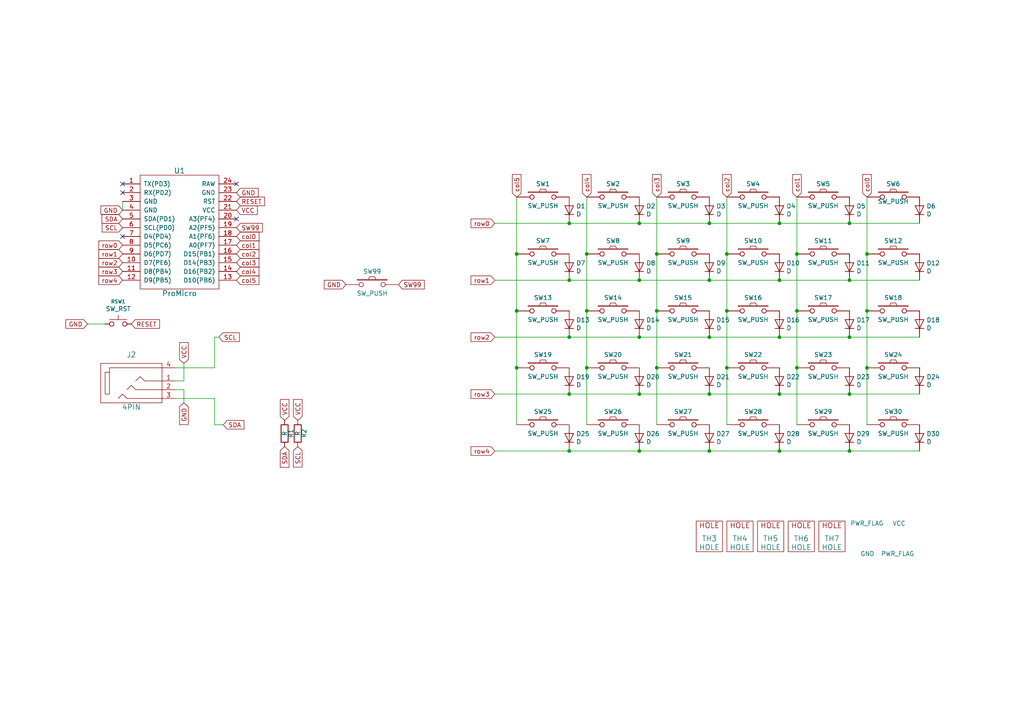
<source format=kicad_sch>
(kicad_sch (version 20230121) (generator eeschema)
  (paper "A4")
  (lib_symbols
    (symbol "Palac:D-Lily58-cache-Lily58_Pro-rescue" (pin_numbers hide) (pin_names (offset 1.016) hide)
      (property "Reference" "D" (at 0 2.54 0))
      (property "Value" "D-Lily58-cache-Lily58_Pro-rescue" (at 0 -2.54 0))
      (symbol "D-Lily58-cache-Lily58_Pro-rescue_0_1"
        (polyline (pts (xy -1.27 1.27) (xy -1.27 -1.27)) (stroke (width 0.2032)))
        (polyline (pts (xy 1.27 0) (xy -1.27 0)))
        (polyline (pts (xy 1.27 1.27) (xy 1.27 -1.27) (xy -1.27 0) (xy 1.27 1.27)) (stroke (width 0.2032)))
      )
      (symbol "D-Lily58-cache-Lily58_Pro-rescue_1_1"
        (pin passive line (at -3.81 0 0) (length 2.54) (name "K") (number "1"))
        (pin passive line (at 3.81 0 180) (length 2.54) (name "A") (number "2"))
      )
    )
    (symbol "Palac:HOLE-Lily58-cache-Lily58_Pro-rescue" (pin_names (offset 1.016))
      (property "Reference" "U" (at 0 0 0))
      (property "Value" "HOLE-Lily58-cache-Lily58_Pro-rescue" (at 0 -5.08 0))
      (symbol "HOLE-Lily58-cache-Lily58_Pro-rescue_0_0"
        (text "HOLE" (at 0 3.81 0) (effects (font (size 1.524 1.524))))
      )
      (symbol "HOLE-Lily58-cache-Lily58_Pro-rescue_0_1"
        (rectangle (start 3.81 5.08) (end -3.81 -3.81))
      )
    )
    (symbol "Palac:MJ-4PP-9-Lily58-cache-Lily58_Pro-rescue" (pin_names (offset 1.016))
      (property "Reference" "J" (at -8.89 -7.62 0))
      (property "Value" "MJ-4PP-9-Lily58-cache-Lily58_Pro-rescue" (at -3.81 6.35 0))
      (symbol "MJ-4PP-9-Lily58-cache-Lily58_Pro-rescue_0_1"
        (rectangle (start -7.62 2.54) (end -8.89 -3.81))
        (polyline (pts (xy 2.54 0) (xy 7.62 0)))
        (polyline (pts (xy -2.54 -5.08) (xy 7.62 -5.08) (xy 7.62 -5.08)))
        (polyline (pts (xy 0 -2.54) (xy -1.27 -1.27) (xy -2.54 -2.54)))
        (polyline (pts (xy 0 0) (xy 1.27 1.27) (xy 2.54 0)))
        (polyline (pts (xy 7.62 3.81) (xy -7.62 3.81) (xy -7.62 2.54)))
        (polyline (pts (xy -2.54 -5.08) (xy -3.81 -3.81) (xy -5.08 -5.08) (xy -5.08 -5.08)))
        (polyline (pts (xy 0 -2.54) (xy 7.62 -2.54) (xy 7.62 -2.54) (xy 7.62 -2.54)))
        (rectangle (start 7.62 -6.35) (end -10.16 5.08))
      )
      (symbol "MJ-4PP-9-Lily58-cache-Lily58_Pro-rescue_1_1"
        (pin passive line (at 11.43 0 180) (length 3.81) (name "~") (number "1"))
        (pin passive line (at 11.43 -2.54 180) (length 3.81) (name "~") (number "2"))
        (pin passive line (at 11.43 -5.08 180) (length 3.81) (name "~") (number "3"))
        (pin passive line (at 11.43 3.81 180) (length 3.81) (name "~") (number "4"))
      )
    )
    (symbol "Palac:ProMicro_2-Lily58-cache-Lily58_Pro-rescue" (pin_names (offset 1.016))
      (property "Reference" "U" (at 0 17.78 0))
      (property "Value" "ProMicro_2-Lily58-cache-Lily58_Pro-rescue" (at 0 -17.78 0))
      (symbol "ProMicro_2-Lily58-cache-Lily58_Pro-rescue_0_1"
        (rectangle (start -11.43 16.51) (end 11.43 -16.51))
      )
      (symbol "ProMicro_2-Lily58-cache-Lily58_Pro-rescue_1_1"
        (pin input line (at -16.51 13.97 0) (length 5.08) (name "TX(PD3)") (number "1"))
        (pin input line (at -16.51 -8.89 0) (length 5.08) (name "D7(PE6)") (number "10"))
        (pin input line (at -16.51 -11.43 0) (length 5.08) (name "D8(PB4)") (number "11"))
        (pin input line (at -16.51 -13.97 0) (length 5.08) (name "D9(PB5)") (number "12"))
        (pin input line (at 16.51 -13.97 180) (length 5.08) (name "D10(PB6)") (number "13"))
        (pin input line (at 16.51 -11.43 180) (length 5.08) (name "D16(PB2)") (number "14"))
        (pin input line (at 16.51 -8.89 180) (length 5.08) (name "D14(PB3)") (number "15"))
        (pin input line (at 16.51 -6.35 180) (length 5.08) (name "D15(PB1)") (number "16"))
        (pin input line (at 16.51 -3.81 180) (length 5.08) (name "A0(PF7)") (number "17"))
        (pin input line (at 16.51 -1.27 180) (length 5.08) (name "A1(PF6)") (number "18"))
        (pin input line (at 16.51 1.27 180) (length 5.08) (name "A2(PF5)") (number "19"))
        (pin input line (at -16.51 11.43 0) (length 5.08) (name "RX(PD2)") (number "2"))
        (pin input line (at 16.51 3.81 180) (length 5.08) (name "A3(PF4)") (number "20"))
        (pin input line (at 16.51 6.35 180) (length 5.08) (name "VCC") (number "21"))
        (pin input line (at 16.51 8.89 180) (length 5.08) (name "RST") (number "22"))
        (pin input line (at 16.51 11.43 180) (length 5.08) (name "GND") (number "23"))
        (pin input line (at 16.51 13.97 180) (length 5.08) (name "RAW") (number "24"))
        (pin input line (at -16.51 8.89 0) (length 5.08) (name "GND") (number "3"))
        (pin input line (at -16.51 6.35 0) (length 5.08) (name "GND") (number "4"))
        (pin input line (at -16.51 3.81 0) (length 5.08) (name "SDA(PD1)") (number "5"))
        (pin input line (at -16.51 1.27 0) (length 5.08) (name "SCL(PD0)") (number "6"))
        (pin input line (at -16.51 -1.27 0) (length 5.08) (name "D4(PD4)") (number "7"))
        (pin input line (at -16.51 -3.81 0) (length 5.08) (name "D5(PC6)") (number "8"))
        (pin input line (at -16.51 -6.35 0) (length 5.08) (name "D6(PD7)") (number "9"))
      )
    )
    (symbol "Palac:R-Lily58-cache-Lily58_Pro-rescue" (pin_numbers hide) (pin_names (offset 0))
      (property "Reference" "R" (at 0 0 90))
      (property "Value" "R-Lily58-cache-Lily58_Pro-rescue" (at -2.54 0 90))
      (symbol "R-Lily58-cache-Lily58_Pro-rescue_0_1"
        (rectangle (start -1.016 -2.54) (end 1.016 2.54) (stroke (width 0.254)))
      )
      (symbol "R-Lily58-cache-Lily58_Pro-rescue_1_1"
        (pin passive line (at 0 3.81 270) (length 1.27) (name "~") (number "1"))
        (pin passive line (at 0 -3.81 90) (length 1.27) (name "~") (number "2"))
      )
    )
    (symbol "Palac:SW_PUSH-Lily58-cache-Lily58_Pro-rescue" (pin_numbers hide) (pin_names (offset 1.016) hide)
      (property "Reference" "SW" (at 3.81 2.794 0))
      (property "Value" "SW_PUSH-Lily58-cache-Lily58_Pro-rescue" (at 0 -2.032 0))
      (symbol "SW_PUSH-Lily58-cache-Lily58_Pro-rescue_0_1"
        (rectangle (start -4.318 1.27) (end 4.318 1.524))
        (polyline (pts (xy -1.016 1.524) (xy -0.762 2.286) (xy 0.762 2.286) (xy 1.016 1.524)))
        (pin passive inverted (at -7.62 0 0) (length 5.08) (name "1") (number "1"))
        (pin passive inverted (at 7.62 0 180) (length 5.08) (name "2") (number "2"))
      )
    )
    (symbol "Palac:SW_RST-Lily58-cache-Lily58_Pro-rescue" (pin_numbers hide) (pin_names (offset 1.016) hide)
      (property "Reference" "RSW" (at 2.54 2.54 0))
      (property "Value" "SW_RST-Lily58-cache-Lily58_Pro-rescue" (at 0 -2.54 0))
      (symbol "SW_RST-Lily58-cache-Lily58_Pro-rescue_0_1"
        (polyline (pts (xy -2.54 1.27) (xy 2.54 1.27)))
        (polyline (pts (xy 0 2.54) (xy 0 1.27)))
        (pin passive inverted (at -3.81 0 0) (length 2.54) (name "1") (number "1"))
        (pin passive inverted (at 3.81 0 180) (length 2.54) (name "2") (number "2"))
      )
    )
  )
  (junction (at 170.18 73.66))
  (junction (at 170.18 106.68))
  (junction (at 251.46 73.66))
  (junction (at 251.46 90.17))
  (junction (at 185.42 130.81))
  (junction (at 251.46 106.68))
  (junction (at 205.74 97.79))
  (junction (at 246.38 64.77))
  (junction (at 246.38 130.81))
  (junction (at 190.5 73.66))
  (junction (at 165.1 114.3))
  (junction (at 149.86 90.17))
  (junction (at 185.42 81.28))
  (junction (at 185.42 64.77))
  (junction (at 190.5 90.17))
  (junction (at 226.06 64.77))
  (junction (at 226.06 114.3))
  (junction (at 246.38 114.3))
  (junction (at 205.74 114.3))
  (junction (at 226.06 97.79))
  (junction (at 231.14 73.66))
  (junction (at 165.1 81.28))
  (junction (at 165.1 64.77))
  (junction (at 226.06 130.81))
  (junction (at 205.74 81.28))
  (junction (at 210.82 73.66))
  (junction (at 205.74 130.81))
  (junction (at 231.14 106.68))
  (junction (at 231.14 90.17))
  (junction (at 210.82 106.68))
  (junction (at 149.86 73.66))
  (junction (at 246.38 81.28))
  (junction (at 165.1 97.79))
  (junction (at 246.38 97.79))
  (junction (at 226.06 81.28))
  (junction (at 210.82 90.17))
  (junction (at 170.18 90.17))
  (junction (at 185.42 97.79))
  (junction (at 149.86 106.68))
  (junction (at 165.1 130.81))
  (junction (at 190.5 106.68))
  (junction (at 185.42 114.3))
  (junction (at 205.74 64.77))
  (no_connect (at 35.56 55.88))
  (no_connect (at 68.58 63.5))
  (no_connect (at 68.58 53.34))
  (no_connect (at 35.56 68.58))
  (no_connect (at 35.56 53.34))
  (wire (pts (xy 149.86 106.68) (xy 149.86 123.19)))
  (wire (pts (xy 185.42 81.28) (xy 205.74 81.28)))
  (wire (pts (xy 62.23 123.19) (xy 64.77 123.19)))
  (wire (pts (xy 226.06 81.28) (xy 246.38 81.28)))
  (wire (pts (xy 50.8 113.03) (xy 53.34 113.03)))
  (wire (pts (xy 210.82 106.68) (xy 210.82 123.19)))
  (wire (pts (xy 185.42 114.3) (xy 205.74 114.3)))
  (wire (pts (xy 246.38 130.81) (xy 266.7 130.81)))
  (wire (pts (xy 170.18 106.68) (xy 170.18 123.19)))
  (wire (pts (xy 53.34 110.49) (xy 50.8 110.49)))
  (wire (pts (xy 50.8 106.68) (xy 62.23 106.68)))
  (wire (pts (xy 149.86 73.66) (xy 149.86 90.17)))
  (wire (pts (xy 226.06 114.3) (xy 246.38 114.3)))
  (wire (pts (xy 185.42 97.79) (xy 205.74 97.79)))
  (wire (pts (xy 210.82 90.17) (xy 210.82 106.68)))
  (wire (pts (xy 246.38 81.28) (xy 266.7 81.28)))
  (wire (pts (xy 53.34 113.03) (xy 53.34 116.84)))
  (wire (pts (xy 246.38 114.3) (xy 266.7 114.3)))
  (wire (pts (xy 149.86 90.17) (xy 149.86 106.68)))
  (wire (pts (xy 143.51 130.81) (xy 165.1 130.81)))
  (wire (pts (xy 231.14 106.68) (xy 231.14 90.17)))
  (wire (pts (xy 205.74 114.3) (xy 226.06 114.3)))
  (wire (pts (xy 251.46 106.68) (xy 251.46 123.19)))
  (wire (pts (xy 62.23 115.57) (xy 62.23 123.19)))
  (wire (pts (xy 185.42 114.3) (xy 165.1 114.3)))
  (wire (pts (xy 25.4 93.98) (xy 30.48 93.98)))
  (wire (pts (xy 165.1 81.28) (xy 143.51 81.28)))
  (wire (pts (xy 149.86 57.15) (xy 149.86 73.66)))
  (wire (pts (xy 231.14 73.66) (xy 231.14 90.17)))
  (wire (pts (xy 190.5 57.15) (xy 190.5 73.66)))
  (wire (pts (xy 251.46 90.17) (xy 251.46 106.68)))
  (wire (pts (xy 205.74 97.79) (xy 226.06 97.79)))
  (wire (pts (xy 165.1 130.81) (xy 185.42 130.81)))
  (wire (pts (xy 190.5 90.17) (xy 190.5 106.68)))
  (wire (pts (xy 185.42 97.79) (xy 165.1 97.79)))
  (wire (pts (xy 190.5 106.68) (xy 190.5 123.19)))
  (wire (pts (xy 246.38 64.77) (xy 226.06 64.77)))
  (wire (pts (xy 185.42 64.77) (xy 165.1 64.77)))
  (wire (pts (xy 246.38 64.77) (xy 266.7 64.77)))
  (wire (pts (xy 231.14 57.15) (xy 231.14 73.66)))
  (wire (pts (xy 251.46 73.66) (xy 251.46 57.15)))
  (wire (pts (xy 185.42 64.77) (xy 205.74 64.77)))
  (wire (pts (xy 210.82 57.15) (xy 210.82 73.66)))
  (wire (pts (xy 226.06 97.79) (xy 246.38 97.79)))
  (wire (pts (xy 246.38 97.79) (xy 266.7 97.79)))
  (wire (pts (xy 185.42 130.81) (xy 205.74 130.81)))
  (wire (pts (xy 165.1 97.79) (xy 143.51 97.79)))
  (wire (pts (xy 53.34 105.41) (xy 53.34 110.49)))
  (wire (pts (xy 231.14 106.68) (xy 231.14 123.19)))
  (wire (pts (xy 35.56 58.42) (xy 35.56 60.96)))
  (wire (pts (xy 205.74 64.77) (xy 226.06 64.77)))
  (wire (pts (xy 205.74 81.28) (xy 226.06 81.28)))
  (wire (pts (xy 165.1 64.77) (xy 143.51 64.77)))
  (wire (pts (xy 251.46 90.17) (xy 251.46 73.66)))
  (wire (pts (xy 210.82 73.66) (xy 210.82 90.17)))
  (wire (pts (xy 170.18 57.15) (xy 170.18 73.66)))
  (wire (pts (xy 226.06 130.81) (xy 246.38 130.81)))
  (wire (pts (xy 62.23 97.79) (xy 62.23 106.68)))
  (wire (pts (xy 165.1 114.3) (xy 143.51 114.3)))
  (wire (pts (xy 170.18 73.66) (xy 170.18 90.17)))
  (wire (pts (xy 170.18 90.17) (xy 170.18 106.68)))
  (wire (pts (xy 190.5 73.66) (xy 190.5 90.17)))
  (wire (pts (xy 62.23 97.79) (xy 63.5 97.79)))
  (wire (pts (xy 50.8 115.57) (xy 62.23 115.57)))
  (wire (pts (xy 185.42 81.28) (xy 165.1 81.28)))
  (wire (pts (xy 205.74 130.81) (xy 226.06 130.81)))
  (global_label "SDA" (shape input) (at 82.55 129.54 270) (property "Intersheetrefs" "${INTERSHEET_REFS}" (effects hide)))
  (global_label "VCC" (shape input) (at 82.55 121.92 90) (property "Intersheetrefs" "${INTERSHEET_REFS}" (effects hide)))
  (global_label "row4" (shape input) (at 35.56 81.28 180) (property "Intersheetrefs" "${INTERSHEET_REFS}" (effects hide)))
  (global_label "row0" (shape input) (at 35.56 71.12 180) (property "Intersheetrefs" "${INTERSHEET_REFS}" (effects hide)))
  (global_label "GND" (shape input) (at 25.4 93.98 180) (property "Intersheetrefs" "${INTERSHEET_REFS}" (effects hide)))
  (global_label "col4" (shape input) (at 170.18 57.15 90) (property "Intersheetrefs" "${INTERSHEET_REFS}" (effects hide)))
  (global_label "VCC" (shape input) (at 68.58 60.96 0) (property "Intersheetrefs" "${INTERSHEET_REFS}" (effects hide)))
  (global_label "SCL" (shape input) (at 86.36 129.54 270) (property "Intersheetrefs" "${INTERSHEET_REFS}" (effects hide)))
  (global_label "RESET" (shape input) (at 68.58 58.42 0) (property "Intersheetrefs" "${INTERSHEET_REFS}" (effects hide)))
  (global_label "row4" (shape input) (at 143.51 130.81 180) (property "Intersheetrefs" "${INTERSHEET_REFS}" (effects hide)))
  (global_label "col4" (shape input) (at 68.58 78.74 0) (property "Intersheetrefs" "${INTERSHEET_REFS}" (effects hide)))
  (global_label "SCL" (shape input) (at 35.56 66.04 180) (property "Intersheetrefs" "${INTERSHEET_REFS}" (effects hide)))
  (global_label "row2" (shape input) (at 143.51 97.79 180) (property "Intersheetrefs" "${INTERSHEET_REFS}" (effects hide)))
  (global_label "SDA" (shape input) (at 64.77 123.19 0) (property "Intersheetrefs" "${INTERSHEET_REFS}" (effects hide)))
  (global_label "row2" (shape input) (at 35.56 76.2 180) (property "Intersheetrefs" "${INTERSHEET_REFS}" (effects hide)))
  (global_label "SW99" (shape input) (at 68.58 66.04 0) (property "Intersheetrefs" "${INTERSHEET_REFS}" (effects hide)))
  (global_label "col0" (shape input) (at 68.58 68.58 0) (property "Intersheetrefs" "${INTERSHEET_REFS}" (effects hide)))
  (global_label "row0" (shape input) (at 143.51 64.77 180) (property "Intersheetrefs" "${INTERSHEET_REFS}" (effects hide)))
  (global_label "col3" (shape input) (at 190.5 57.15 90) (property "Intersheetrefs" "${INTERSHEET_REFS}" (effects hide)))
  (global_label "col3" (shape input) (at 68.58 76.2 0) (property "Intersheetrefs" "${INTERSHEET_REFS}" (effects hide)))
  (global_label "col5" (shape input) (at 68.58 81.28 0) (property "Intersheetrefs" "${INTERSHEET_REFS}" (effects hide)))
  (global_label "col5" (shape input) (at 149.86 57.15 90) (property "Intersheetrefs" "${INTERSHEET_REFS}" (effects hide)))
  (global_label "VCC" (shape input) (at 53.34 105.41 90) (property "Intersheetrefs" "${INTERSHEET_REFS}" (effects hide)))
  (global_label "col2" (shape input) (at 68.58 73.66 0) (property "Intersheetrefs" "${INTERSHEET_REFS}" (effects hide)))
  (global_label "col1" (shape input) (at 231.14 57.15 90) (property "Intersheetrefs" "${INTERSHEET_REFS}" (effects hide)))
  (global_label "col0" (shape input) (at 251.46 57.15 90) (property "Intersheetrefs" "${INTERSHEET_REFS}" (effects hide)))
  (global_label "row3" (shape input) (at 35.56 78.74 180) (property "Intersheetrefs" "${INTERSHEET_REFS}" (effects hide)))
  (global_label "VCC" (shape input) (at 86.36 121.92 90) (property "Intersheetrefs" "${INTERSHEET_REFS}" (effects hide)))
  (global_label "row1" (shape input) (at 35.56 73.66 180) (property "Intersheetrefs" "${INTERSHEET_REFS}" (effects hide)))
  (global_label "SCL" (shape input) (at 63.5 97.79 0) (property "Intersheetrefs" "${INTERSHEET_REFS}" (effects hide)))
  (global_label "col2" (shape input) (at 210.82 57.15 90) (property "Intersheetrefs" "${INTERSHEET_REFS}" (effects hide)))
  (global_label "GND" (shape input) (at 53.34 116.84 270) (property "Intersheetrefs" "${INTERSHEET_REFS}" (effects hide)))
  (global_label "row3" (shape input) (at 143.51 114.3 180) (property "Intersheetrefs" "${INTERSHEET_REFS}" (effects hide)))
  (global_label "GND" (shape input) (at 35.56 60.96 180) (property "Intersheetrefs" "${INTERSHEET_REFS}" (effects hide)))
  (global_label "SW99" (shape input) (at 115.57 82.55 0) (property "Intersheetrefs" "${INTERSHEET_REFS}" (effects hide)))
  (global_label "GND" (shape input) (at 68.58 55.88 0) (property "Intersheetrefs" "${INTERSHEET_REFS}" (effects hide)))
  (global_label "GND" (shape input) (at 100.33 82.55 180) (property "Intersheetrefs" "${INTERSHEET_REFS}" (effects hide)))
  (global_label "SDA" (shape input) (at 35.56 63.5 180) (property "Intersheetrefs" "${INTERSHEET_REFS}" (effects hide)))
  (global_label "col1" (shape input) (at 68.58 71.12 0) (property "Intersheetrefs" "${INTERSHEET_REFS}" (effects hide)))
  (global_label "row1" (shape input) (at 143.51 81.28 180) (property "Intersheetrefs" "${INTERSHEET_REFS}" (effects hide)))
  (global_label "RESET" (shape input) (at 38.1 93.98 0) (property "Intersheetrefs" "${INTERSHEET_REFS}" (effects hide)))
  (symbol (lib_id "Palac:ProMicro_2-Lily58-cache-Lily58_Pro-rescue") (at 52.07 67.31 0) (unit 1)
    (property "Reference" "U1" (at 52.07 49.53 0) (effects (font (size 1.524 1.524))))
    (property "Value" "ProMicro" (at 52.07 85.09 0) (effects (font (size 1.524 1.524))))
    (property "Footprint" "Palac:ArduinoProMicro-ZigZag-DoubleSided" (effects hide))
  )
  (symbol (lib_id "Palac:SW_PUSH-Lily58-cache-Lily58_Pro-rescue") (at 177.8 123.19 0) (unit 1)
    (property "Reference" "SW26" (at 177.8 119.38 0))
    (property "Value" "SW_PUSH" (at 177.8 125.73 0))
    (property "Footprint" "Palac:CherryMX_Hotswap" (effects hide))
  )
  (symbol (lib_id "Palac:SW_PUSH-Lily58-cache-Lily58_Pro-rescue") (at 157.48 57.15 0) (unit 1)
    (property "Reference" "SW1" (at 157.48 53.34 0))
    (property "Value" "SW_PUSH" (at 157.48 59.69 0))
    (property "Footprint" "Palac:CherryMX_Hotswap" (effects hide))
  )
  (symbol (lib_id "Palac:D-Lily58-cache-Lily58_Pro-rescue") (at 165.1 60.96 90) (unit 1)
    (property "Reference" "D1" (at 167.1066 59.7916 90) (effects (justify right)))
    (property "Value" "D" (at 167.1066 62.103 90) (effects (justify right)))
    (property "Footprint" "Palac:Diode_SOD123" (effects hide))
  )
  (symbol (lib_id "Palac:SW_PUSH-Lily58-cache-Lily58_Pro-rescue") (at 177.8 57.15 0) (unit 1)
    (property "Reference" "SW2" (at 177.8 53.34 0))
    (property "Value" "SW_PUSH" (at 177.8 59.69 0))
    (property "Footprint" "Palac:CherryMX_Hotswap" (effects hide))
  )
  (symbol (lib_id "Palac:D-Lily58-cache-Lily58_Pro-rescue") (at 185.42 60.96 90) (unit 1)
    (property "Reference" "D2" (at 187.4266 59.7916 90) (effects (justify right)))
    (property "Value" "D" (at 187.4266 62.103 90) (effects (justify right)))
    (property "Footprint" "Palac:Diode_SOD123" (effects hide))
  )
  (symbol (lib_id "Palac:SW_PUSH-Lily58-cache-Lily58_Pro-rescue") (at 198.12 57.15 0) (unit 1)
    (property "Reference" "SW3" (at 198.12 53.34 0))
    (property "Value" "SW_PUSH" (at 198.12 59.69 0))
    (property "Footprint" "Palac:CherryMX_Hotswap" (effects hide))
  )
  (symbol (lib_id "Palac:D-Lily58-cache-Lily58_Pro-rescue") (at 205.74 60.96 90) (unit 1)
    (property "Reference" "D3" (at 207.7466 59.7916 90) (effects (justify right)))
    (property "Value" "D" (at 207.7466 62.103 90) (effects (justify right)))
    (property "Footprint" "Palac:Diode_SOD123" (effects hide))
  )
  (symbol (lib_id "Palac:SW_PUSH-Lily58-cache-Lily58_Pro-rescue") (at 218.44 57.15 0) (unit 1)
    (property "Reference" "SW4" (at 218.44 53.34 0))
    (property "Value" "SW_PUSH" (at 218.44 59.69 0))
    (property "Footprint" "Palac:CherryMX_Hotswap" (effects hide))
  )
  (symbol (lib_id "Palac:D-Lily58-cache-Lily58_Pro-rescue") (at 226.06 60.96 90) (unit 1)
    (property "Reference" "D4" (at 228.0666 59.7916 90) (effects (justify right)))
    (property "Value" "D" (at 228.0666 62.103 90) (effects (justify right)))
    (property "Footprint" "Palac:Diode_SOD123" (effects hide))
  )
  (symbol (lib_id "Palac:SW_PUSH-Lily58-cache-Lily58_Pro-rescue") (at 238.76 57.15 0) (unit 1)
    (property "Reference" "SW5" (at 238.76 53.34 0))
    (property "Value" "SW_PUSH" (at 238.76 59.69 0))
    (property "Footprint" "Palac:CherryMX_Hotswap" (effects hide))
  )
  (symbol (lib_id "Palac:D-Lily58-cache-Lily58_Pro-rescue") (at 246.38 60.96 90) (unit 1)
    (property "Reference" "D5" (at 248.3866 59.7916 90) (effects (justify right)))
    (property "Value" "D" (at 248.3866 62.103 90) (effects (justify right)))
    (property "Footprint" "Palac:Diode_SOD123" (effects hide))
  )
  (symbol (lib_id "Palac:SW_PUSH-Lily58-cache-Lily58_Pro-rescue") (at 259.08 57.15 0) (unit 1)
    (property "Reference" "SW6" (at 259.08 53.34 0))
    (property "Value" "SW_PUSH" (at 259.08 58.42 0))
    (property "Footprint" "Palac:CherryMX_Hotswap" (effects hide))
  )
  (symbol (lib_id "Palac:D-Lily58-cache-Lily58_Pro-rescue") (at 266.7 60.96 90) (unit 1)
    (property "Reference" "D6" (at 268.7066 59.7916 90) (effects (justify right)))
    (property "Value" "D" (at 268.7066 62.103 90) (effects (justify right)))
    (property "Footprint" "Palac:Diode_SOD123" (effects hide))
  )
  (symbol (lib_id "Palac:SW_PUSH-Lily58-cache-Lily58_Pro-rescue") (at 177.8 73.66 0) (unit 1)
    (property "Reference" "SW8" (at 177.8 69.85 0))
    (property "Value" "SW_PUSH" (at 177.8 76.2 0))
    (property "Footprint" "Palac:CherryMX_Hotswap" (effects hide))
  )
  (symbol (lib_id "Palac:SW_PUSH-Lily58-cache-Lily58_Pro-rescue") (at 198.12 73.66 0) (unit 1)
    (property "Reference" "SW9" (at 198.12 69.85 0))
    (property "Value" "SW_PUSH" (at 198.12 76.2 0))
    (property "Footprint" "Palac:CherryMX_Hotswap" (effects hide))
  )
  (symbol (lib_id "Palac:SW_PUSH-Lily58-cache-Lily58_Pro-rescue") (at 218.44 73.66 0) (unit 1)
    (property "Reference" "SW10" (at 218.44 69.85 0))
    (property "Value" "SW_PUSH" (at 218.44 76.2 0))
    (property "Footprint" "Palac:CherryMX_Hotswap" (effects hide))
  )
  (symbol (lib_id "Palac:SW_PUSH-Lily58-cache-Lily58_Pro-rescue") (at 238.76 73.66 0) (unit 1)
    (property "Reference" "SW11" (at 238.76 69.85 0))
    (property "Value" "SW_PUSH" (at 238.76 76.2 0))
    (property "Footprint" "Palac:CherryMX_Hotswap" (effects hide))
  )
  (symbol (lib_id "Palac:SW_PUSH-Lily58-cache-Lily58_Pro-rescue") (at 259.08 73.66 0) (unit 1)
    (property "Reference" "SW12" (at 259.08 69.85 0))
    (property "Value" "SW_PUSH" (at 259.08 76.2 0))
    (property "Footprint" "Palac:CherryMX_Hotswap" (effects hide))
  )
  (symbol (lib_id "Palac:SW_PUSH-Lily58-cache-Lily58_Pro-rescue") (at 157.48 73.66 0) (unit 1)
    (property "Reference" "SW7" (at 157.48 69.85 0))
    (property "Value" "SW_PUSH" (at 157.48 76.2 0))
    (property "Footprint" "Palac:CherryMX_Hotswap" (effects hide))
  )
  (symbol (lib_id "Palac:D-Lily58-cache-Lily58_Pro-rescue") (at 165.1 77.47 90) (unit 1)
    (property "Reference" "D7" (at 167.1066 76.3016 90) (effects (justify right)))
    (property "Value" "D" (at 167.1066 78.613 90) (effects (justify right)))
    (property "Footprint" "Palac:Diode_SOD123" (effects hide))
  )
  (symbol (lib_id "Palac:D-Lily58-cache-Lily58_Pro-rescue") (at 185.42 77.47 90) (unit 1)
    (property "Reference" "D8" (at 187.4266 76.3016 90) (effects (justify right)))
    (property "Value" "D" (at 187.4266 78.613 90) (effects (justify right)))
    (property "Footprint" "Palac:Diode_SOD123" (effects hide))
  )
  (symbol (lib_id "Palac:D-Lily58-cache-Lily58_Pro-rescue") (at 205.74 77.47 90) (unit 1)
    (property "Reference" "D9" (at 207.7466 76.3016 90) (effects (justify right)))
    (property "Value" "D" (at 207.7466 78.613 90) (effects (justify right)))
    (property "Footprint" "Palac:Diode_SOD123" (effects hide))
  )
  (symbol (lib_id "Palac:D-Lily58-cache-Lily58_Pro-rescue") (at 226.06 77.47 90) (unit 1)
    (property "Reference" "D10" (at 228.0666 76.3016 90) (effects (justify right)))
    (property "Value" "D" (at 228.0666 78.613 90) (effects (justify right)))
    (property "Footprint" "Palac:Diode_SOD123" (effects hide))
  )
  (symbol (lib_id "Palac:D-Lily58-cache-Lily58_Pro-rescue") (at 246.38 77.47 90) (unit 1)
    (property "Reference" "D11" (at 248.3866 76.3016 90) (effects (justify right)))
    (property "Value" "D" (at 248.3866 78.613 90) (effects (justify right)))
    (property "Footprint" "Palac:Diode_SOD123" (effects hide))
  )
  (symbol (lib_id "Palac:D-Lily58-cache-Lily58_Pro-rescue") (at 266.7 77.47 90) (unit 1)
    (property "Reference" "D12" (at 268.7066 76.3016 90) (effects (justify right)))
    (property "Value" "D" (at 268.7066 78.613 90) (effects (justify right)))
    (property "Footprint" "Palac:Diode_SOD123" (effects hide))
  )
  (symbol (lib_id "Palac:SW_PUSH-Lily58-cache-Lily58_Pro-rescue") (at 157.48 90.17 0) (unit 1)
    (property "Reference" "SW13" (at 157.48 86.36 0))
    (property "Value" "SW_PUSH" (at 157.48 92.71 0))
    (property "Footprint" "Palac:CherryMX_Hotswap" (effects hide))
  )
  (symbol (lib_id "Palac:SW_PUSH-Lily58-cache-Lily58_Pro-rescue") (at 177.8 90.17 0) (unit 1)
    (property "Reference" "SW14" (at 177.8 86.36 0))
    (property "Value" "SW_PUSH" (at 177.8 92.71 0))
    (property "Footprint" "Palac:CherryMX_Hotswap" (effects hide))
  )
  (symbol (lib_id "Palac:SW_PUSH-Lily58-cache-Lily58_Pro-rescue") (at 198.12 90.17 0) (unit 1)
    (property "Reference" "SW15" (at 198.12 86.36 0))
    (property "Value" "SW_PUSH" (at 198.12 92.71 0))
    (property "Footprint" "Palac:CherryMX_Hotswap" (effects hide))
  )
  (symbol (lib_id "Palac:SW_PUSH-Lily58-cache-Lily58_Pro-rescue") (at 218.44 90.17 0) (unit 1)
    (property "Reference" "SW16" (at 218.44 86.36 0))
    (property "Value" "SW_PUSH" (at 218.44 92.71 0))
    (property "Footprint" "Palac:CherryMX_Hotswap" (effects hide))
  )
  (symbol (lib_id "Palac:SW_PUSH-Lily58-cache-Lily58_Pro-rescue") (at 238.76 90.17 0) (unit 1)
    (property "Reference" "SW17" (at 238.76 86.36 0))
    (property "Value" "SW_PUSH" (at 238.76 92.71 0))
    (property "Footprint" "Palac:CherryMX_Hotswap" (effects hide))
  )
  (symbol (lib_id "Palac:SW_PUSH-Lily58-cache-Lily58_Pro-rescue") (at 259.08 90.17 0) (unit 1)
    (property "Reference" "SW18" (at 259.08 86.36 0))
    (property "Value" "SW_PUSH" (at 259.08 92.71 0))
    (property "Footprint" "Palac:CherryMX_Hotswap" (effects hide))
  )
  (symbol (lib_id "Palac:D-Lily58-cache-Lily58_Pro-rescue") (at 165.1 93.98 90) (unit 1)
    (property "Reference" "D13" (at 167.1066 92.8116 90) (effects (justify right)))
    (property "Value" "D" (at 167.1066 95.123 90) (effects (justify right)))
    (property "Footprint" "Palac:Diode_SOD123" (effects hide))
  )
  (symbol (lib_id "Palac:D-Lily58-cache-Lily58_Pro-rescue") (at 185.42 93.98 90) (unit 1)
    (property "Reference" "D14" (at 187.4266 92.8116 90) (effects (justify right)))
    (property "Value" "D" (at 187.4266 95.123 90) (effects (justify right)))
    (property "Footprint" "Palac:Diode_SOD123" (effects hide))
  )
  (symbol (lib_id "Palac:D-Lily58-cache-Lily58_Pro-rescue") (at 205.74 93.98 90) (unit 1)
    (property "Reference" "D15" (at 207.7466 92.8116 90) (effects (justify right)))
    (property "Value" "D" (at 207.7466 95.123 90) (effects (justify right)))
    (property "Footprint" "Palac:Diode_SOD123" (effects hide))
  )
  (symbol (lib_id "Palac:D-Lily58-cache-Lily58_Pro-rescue") (at 226.06 93.98 90) (unit 1)
    (property "Reference" "D16" (at 228.0666 92.8116 90) (effects (justify right)))
    (property "Value" "D" (at 228.0666 95.123 90) (effects (justify right)))
    (property "Footprint" "Palac:Diode_SOD123" (effects hide))
  )
  (symbol (lib_id "Palac:D-Lily58-cache-Lily58_Pro-rescue") (at 246.38 93.98 90) (unit 1)
    (property "Reference" "D17" (at 248.3866 92.8116 90) (effects (justify right)))
    (property "Value" "D" (at 248.3866 95.123 90) (effects (justify right)))
    (property "Footprint" "Palac:Diode_SOD123" (effects hide))
  )
  (symbol (lib_id "Palac:D-Lily58-cache-Lily58_Pro-rescue") (at 266.7 93.98 90) (unit 1)
    (property "Reference" "D18" (at 268.7066 92.8116 90) (effects (justify right)))
    (property "Value" "D" (at 268.7066 95.123 90) (effects (justify right)))
    (property "Footprint" "Palac:Diode_SOD123" (effects hide))
  )
  (symbol (lib_id "Palac:SW_PUSH-Lily58-cache-Lily58_Pro-rescue") (at 198.12 106.68 0) (unit 1)
    (property "Reference" "SW21" (at 198.12 102.87 0))
    (property "Value" "SW_PUSH" (at 198.12 109.22 0))
    (property "Footprint" "Palac:CherryMX_Hotswap" (effects hide))
  )
  (symbol (lib_id "Palac:SW_PUSH-Lily58-cache-Lily58_Pro-rescue") (at 218.44 106.68 0) (unit 1)
    (property "Reference" "SW22" (at 218.44 102.87 0))
    (property "Value" "SW_PUSH" (at 218.44 109.22 0))
    (property "Footprint" "Palac:CherryMX_Hotswap" (effects hide))
  )
  (symbol (lib_id "Palac:SW_PUSH-Lily58-cache-Lily58_Pro-rescue") (at 238.76 106.68 0) (unit 1)
    (property "Reference" "SW23" (at 238.76 102.87 0))
    (property "Value" "SW_PUSH" (at 238.76 109.22 0))
    (property "Footprint" "Palac:CherryMX_Hotswap" (effects hide))
  )
  (symbol (lib_id "Palac:SW_PUSH-Lily58-cache-Lily58_Pro-rescue") (at 259.08 106.68 0) (unit 1)
    (property "Reference" "SW24" (at 259.08 102.87 0))
    (property "Value" "SW_PUSH" (at 259.08 109.22 0))
    (property "Footprint" "Palac:CherryMX_Hotswap" (effects hide))
  )
  (symbol (lib_id "Palac:SW_PUSH-Lily58-cache-Lily58_Pro-rescue") (at 177.8 106.68 0) (unit 1)
    (property "Reference" "SW20" (at 177.8 102.87 0))
    (property "Value" "SW_PUSH" (at 177.8 109.22 0))
    (property "Footprint" "Palac:CherryMX_Hotswap" (effects hide))
  )
  (symbol (lib_id "Palac:SW_PUSH-Lily58-cache-Lily58_Pro-rescue") (at 157.48 106.68 0) (unit 1)
    (property "Reference" "SW19" (at 157.48 102.87 0))
    (property "Value" "SW_PUSH" (at 157.48 109.22 0))
    (property "Footprint" "Palac:CherryMX_Hotswap" (effects hide))
  )
  (symbol (lib_id "Palac:D-Lily58-cache-Lily58_Pro-rescue") (at 165.1 110.49 90) (unit 1)
    (property "Reference" "D19" (at 167.1066 109.3216 90) (effects (justify right)))
    (property "Value" "D" (at 167.1066 111.633 90) (effects (justify right)))
    (property "Footprint" "Palac:Diode_SOD123" (effects hide))
  )
  (symbol (lib_id "Palac:D-Lily58-cache-Lily58_Pro-rescue") (at 185.42 110.49 90) (unit 1)
    (property "Reference" "D20" (at 187.4266 109.3216 90) (effects (justify right)))
    (property "Value" "D" (at 187.4266 111.633 90) (effects (justify right)))
    (property "Footprint" "Palac:Diode_SOD123" (effects hide))
  )
  (symbol (lib_id "Palac:D-Lily58-cache-Lily58_Pro-rescue") (at 205.74 110.49 90) (unit 1)
    (property "Reference" "D21" (at 207.7466 109.3216 90) (effects (justify right)))
    (property "Value" "D" (at 207.7466 111.633 90) (effects (justify right)))
    (property "Footprint" "Palac:Diode_SOD123" (effects hide))
  )
  (symbol (lib_id "Palac:D-Lily58-cache-Lily58_Pro-rescue") (at 226.06 110.49 90) (unit 1)
    (property "Reference" "D22" (at 228.0666 109.3216 90) (effects (justify right)))
    (property "Value" "D" (at 228.0666 111.633 90) (effects (justify right)))
    (property "Footprint" "Palac:Diode_SOD123" (effects hide))
  )
  (symbol (lib_id "Palac:D-Lily58-cache-Lily58_Pro-rescue") (at 246.38 110.49 90) (unit 1)
    (property "Reference" "D23" (at 248.3866 109.3216 90) (effects (justify right)))
    (property "Value" "D" (at 248.3866 111.633 90) (effects (justify right)))
    (property "Footprint" "Palac:Diode_SOD123" (effects hide))
  )
  (symbol (lib_id "Palac:D-Lily58-cache-Lily58_Pro-rescue") (at 266.7 110.49 90) (unit 1)
    (property "Reference" "D24" (at 268.7066 109.3216 90) (effects (justify right)))
    (property "Value" "D" (at 268.7066 111.633 90) (effects (justify right)))
    (property "Footprint" "Palac:Diode_SOD123" (effects hide))
  )
  (symbol (lib_id "Palac:SW_PUSH-Lily58-cache-Lily58_Pro-rescue") (at 198.12 123.19 0) (unit 1)
    (property "Reference" "SW27" (at 198.12 119.38 0))
    (property "Value" "SW_PUSH" (at 198.12 125.73 0))
    (property "Footprint" "Palac:CherryMX_Hotswap" (effects hide))
  )
  (symbol (lib_id "Palac:SW_PUSH-Lily58-cache-Lily58_Pro-rescue") (at 218.44 123.19 0) (unit 1)
    (property "Reference" "SW28" (at 218.44 119.38 0))
    (property "Value" "SW_PUSH" (at 218.44 125.73 0))
    (property "Footprint" "Palac:CherryMX_Hotswap" (effects hide))
  )
  (symbol (lib_id "Palac:SW_PUSH-Lily58-cache-Lily58_Pro-rescue") (at 238.76 123.19 0) (unit 1)
    (property "Reference" "SW29" (at 238.76 119.38 0))
    (property "Value" "SW_PUSH" (at 238.76 125.73 0))
    (property "Footprint" "Palac:CherryMX_Hotswap" (effects hide))
  )
  (symbol (lib_id "Palac:D-Lily58-cache-Lily58_Pro-rescue") (at 165.1 127 90) (unit 1)
    (property "Reference" "D25" (at 167.1066 125.8316 90) (effects (justify right)))
    (property "Value" "D" (at 167.1066 128.143 90) (effects (justify right)))
    (property "Footprint" "Palac:Diode_SOD123" (effects hide))
  )
  (symbol (lib_id "Palac:D-Lily58-cache-Lily58_Pro-rescue") (at 185.42 127 90) (unit 1)
    (property "Reference" "D26" (at 187.4266 125.8316 90) (effects (justify right)))
    (property "Value" "D" (at 187.4266 128.143 90) (effects (justify right)))
    (property "Footprint" "Palac:Diode_SOD123" (effects hide))
  )
  (symbol (lib_id "Palac:D-Lily58-cache-Lily58_Pro-rescue") (at 205.74 127 90) (unit 1)
    (property "Reference" "D27" (at 207.7466 125.8316 90) (effects (justify right)))
    (property "Value" "D" (at 207.7466 128.143 90) (effects (justify right)))
    (property "Footprint" "Palac:Diode_SOD123" (effects hide))
  )
  (symbol (lib_id "Palac:D-Lily58-cache-Lily58_Pro-rescue") (at 226.06 127 90) (unit 1)
    (property "Reference" "D28" (at 228.0666 125.8316 90) (effects (justify right)))
    (property "Value" "D" (at 228.0666 128.143 90) (effects (justify right)))
    (property "Footprint" "Palac:Diode_SOD123" (effects hide))
  )
  (symbol (lib_id "Palac:D-Lily58-cache-Lily58_Pro-rescue") (at 246.38 127 90) (unit 1)
    (property "Reference" "D29" (at 248.3866 125.8316 90) (effects (justify right)))
    (property "Value" "D" (at 248.3866 128.143 90) (effects (justify right)))
    (property "Footprint" "Palac:Diode_SOD123" (effects hide))
  )
  (symbol (lib_id "Palac:R-Lily58-cache-Lily58_Pro-rescue") (at 82.55 125.73 0) (unit 1)
    (property "Reference" "R1" (at 85.09 125.73 90) (effects (justify bottom)))
    (property "Value" "R" (at 82.55 125.73 90))
    (property "Footprint" "Palac:R_1206_DoubleSided" (effects hide))
  )
  (symbol (lib_id "Palac:R-Lily58-cache-Lily58_Pro-rescue") (at 86.36 125.73 0) (unit 1)
    (property "Reference" "R2" (at 88.9 125.73 90) (effects (justify bottom)))
    (property "Value" "R" (at 86.36 125.73 90))
    (property "Footprint" "Palac:R_1206_DoubleSided" (effects hide))
  )
  (symbol (lib_id "Palac:MJ-4PP-9-Lily58-cache-Lily58_Pro-rescue") (at 39.37 110.49 0) (unit 1)
    (property "Reference" "J2" (at 38.1 102.87 0) (effects (font (size 1.524 1.524))))
    (property "Value" "4PIN" (at 38.1 118.11 0) (effects (font (size 1.524 1.524))))
    (property "Footprint" "Palac:MJ-4PP-9" (effects hide))
  )
  (symbol (lib_id "SofleKeyboard-rescue:PWR_FLAG-Lily58-cache-Lily58_Pro-rescue") (at 251.46 156.21 0) (unit 1)
    (property "Reference" "#FLG01" (effects hide))
    (property "Value" "PWR_FLAG" (at 251.46 151.7904 0))
  )
  (symbol (lib_id "SofleKeyboard-rescue:GND-Lily58-cache-Lily58_Pro-rescue") (at 251.46 156.21 0) (unit 1)
    (property "Reference" "#PWR012" (effects hide))
    (property "Value" "GND" (at 251.587 160.6042 0))
  )
  (symbol (lib_id "SofleKeyboard-rescue:VCC-Lily58-cache-Lily58_Pro-rescue") (at 260.35 156.21 0) (unit 1)
    (property "Reference" "#PWR013" (effects hide))
    (property "Value" "VCC" (at 260.7818 151.8158 0))
  )
  (symbol (lib_id "SofleKeyboard-rescue:PWR_FLAG-Lily58-cache-Lily58_Pro-rescue") (at 260.35 156.21 180) (unit 1)
    (property "Reference" "#FLG02" (effects hide))
    (property "Value" "PWR_FLAG" (at 260.35 160.6042 0))
  )
  (symbol (lib_id "Palac:HOLE-Lily58-cache-Lily58_Pro-rescue") (at 214.63 156.21 0) (unit 1)
    (property "Reference" "TH4" (at 214.63 156.21 0) (effects (font (size 1.524 1.524))))
    (property "Value" "HOLE" (at 214.63 158.75 0) (effects (font (size 1.524 1.524))))
    (property "Footprint" "Palac:HOLE_M2_TH" (effects hide))
  )
  (symbol (lib_id "Palac:HOLE-Lily58-cache-Lily58_Pro-rescue") (at 223.52 156.21 0) (unit 1)
    (property "Reference" "TH5" (at 223.52 156.21 0) (effects (font (size 1.524 1.524))))
    (property "Value" "HOLE" (at 223.52 158.75 0) (effects (font (size 1.524 1.524))))
    (property "Footprint" "Palac:HOLE_M2_TH" (effects hide))
  )
  (symbol (lib_id "Palac:HOLE-Lily58-cache-Lily58_Pro-rescue") (at 232.41 156.21 0) (unit 1)
    (property "Reference" "TH6" (at 232.41 156.21 0) (effects (font (size 1.524 1.524))))
    (property "Value" "HOLE" (at 232.41 158.75 0) (effects (font (size 1.524 1.524))))
    (property "Footprint" "Palac:HOLE_M2_TH" (effects hide))
  )
  (symbol (lib_id "Palac:HOLE-Lily58-cache-Lily58_Pro-rescue") (at 241.3 156.21 0) (unit 1)
    (property "Reference" "TH7" (at 241.3 156.21 0) (effects (font (size 1.524 1.524))))
    (property "Value" "HOLE" (at 241.3 158.75 0) (effects (font (size 1.524 1.524))))
    (property "Footprint" "Palac:HOLE_M2_TH" (effects hide))
  )
  (symbol (lib_id "Palac:HOLE-Lily58-cache-Lily58_Pro-rescue") (at 205.74 156.21 0) (unit 1)
    (property "Reference" "TH3" (at 205.74 156.21 0) (effects (font (size 1.524 1.524))))
    (property "Value" "HOLE" (at 205.74 158.75 0) (effects (font (size 1.524 1.524))))
    (property "Footprint" "Palac:HOLE_M2_TH" (effects hide))
  )
  (symbol (lib_id "Palac:SW_RST-Lily58-cache-Lily58_Pro-rescue") (at 34.29 93.98 0) (unit 1)
    (property "Reference" "RSW1" (at 34.29 87.4776 0) (effects (font (size 1.016 1.016))))
    (property "Value" "SW_RST" (at 34.29 89.5858 0))
    (property "Footprint" "Palac:TACT_SWITCH_TVBP06" (effects hide))
  )
  (symbol (lib_id "Palac:SW_PUSH-Lily58-cache-Lily58_Pro-rescue") (at 259.08 123.19 0) (unit 1)
    (property "Reference" "SW30" (at 259.08 119.38 0))
    (property "Value" "SW_PUSH" (at 259.08 125.73 0))
    (property "Footprint" "Palac:CherryMX_Hotswap" (effects hide))
  )
  (symbol (lib_id "Palac:D-Lily58-cache-Lily58_Pro-rescue") (at 266.7 127 90) (unit 1)
    (property "Reference" "D30" (at 268.7066 125.8316 90) (effects (justify right)))
    (property "Value" "D" (at 268.7066 128.143 90) (effects (justify right)))
    (property "Footprint" "Palac:Diode_SOD123" (effects hide))
  )
  (symbol (lib_id "Palac:SW_PUSH-Lily58-cache-Lily58_Pro-rescue") (at 157.48 123.19 0) (unit 1)
    (property "Reference" "SW25" (at 157.48 119.38 0))
    (property "Value" "SW_PUSH" (at 157.48 125.73 0))
    (property "Footprint" "Palac:CherryMX_Hotswap" (effects hide))
  )
  (symbol (lib_id "Palac:SW_PUSH-Lily58-cache-Lily58_Pro-rescue") (at 107.95 82.55 0) (unit 1)
    (property "Reference" "SW99" (at 107.95 78.74 0))
    (property "Value" "SW_PUSH" (at 107.95 85.09 0))
    (property "Footprint" "Palac:CherryMX_Hotswap" (effects hide))
  )
)
</source>
